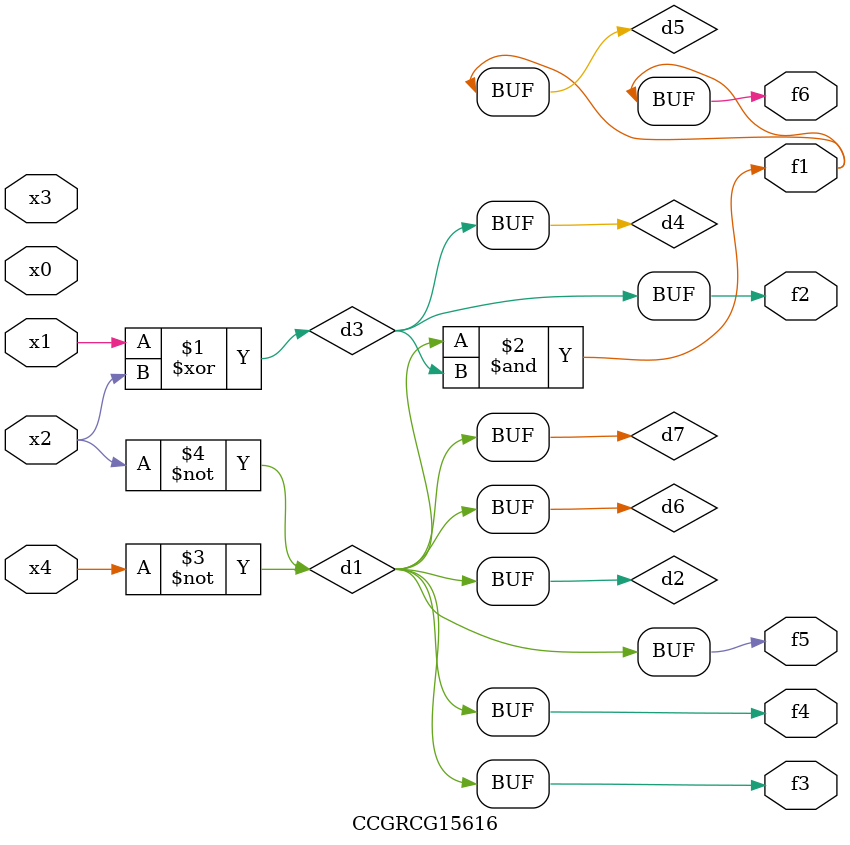
<source format=v>
module CCGRCG15616(
	input x0, x1, x2, x3, x4,
	output f1, f2, f3, f4, f5, f6
);

	wire d1, d2, d3, d4, d5, d6, d7;

	not (d1, x4);
	not (d2, x2);
	xor (d3, x1, x2);
	buf (d4, d3);
	and (d5, d1, d3);
	buf (d6, d1, d2);
	buf (d7, d2);
	assign f1 = d5;
	assign f2 = d4;
	assign f3 = d7;
	assign f4 = d7;
	assign f5 = d7;
	assign f6 = d5;
endmodule

</source>
